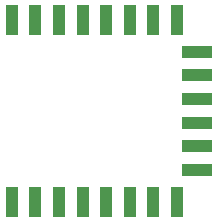
<source format=gbp>
G04 #@! TF.FileFunction,Paste,Bot*
%FSLAX46Y46*%
G04 Gerber Fmt 4.6, Leading zero omitted, Abs format (unit mm)*
G04 Created by KiCad (PCBNEW 4.0.7) date Friday, 20 October 2017 'PMt' 14:22:44*
%MOMM*%
%LPD*%
G01*
G04 APERTURE LIST*
%ADD10C,0.100000*%
%ADD11R,1.100000X2.500000*%
%ADD12R,2.500000X1.100000*%
G04 APERTURE END LIST*
D10*
D11*
X194310000Y-111060000D03*
X196310000Y-111060000D03*
X198310000Y-111060000D03*
X200310000Y-111060000D03*
X202310000Y-111060000D03*
X204310000Y-111060000D03*
X206310000Y-111060000D03*
X208310000Y-111060000D03*
X208310000Y-126460000D03*
X206310000Y-126460000D03*
X204310000Y-126460000D03*
X202310000Y-126460000D03*
X200310000Y-126460000D03*
X198310000Y-126460000D03*
X196310000Y-126460000D03*
X194310000Y-126460000D03*
D12*
X210010000Y-113750000D03*
X210010000Y-115750000D03*
X210010000Y-117750000D03*
X210010000Y-119750000D03*
X210010000Y-121750000D03*
X210010000Y-123750000D03*
M02*

</source>
